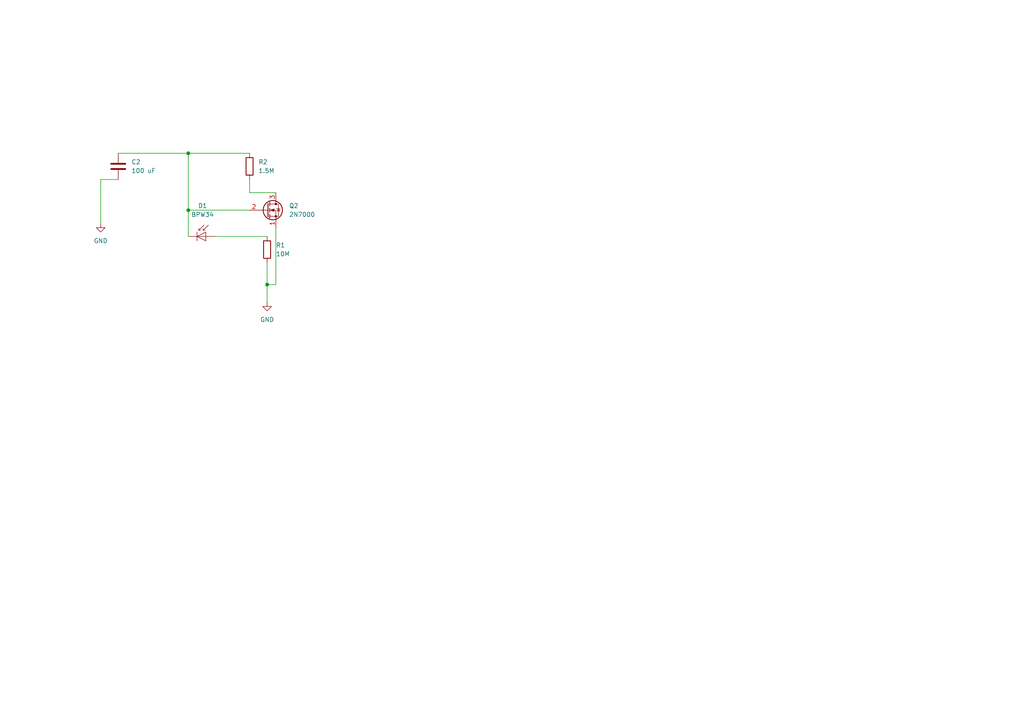
<source format=kicad_sch>
(kicad_sch (version 20211123) (generator eeschema)
  (paper "A4")
  (lib_symbols
    (symbol "Amplifier_Operational:LM358" (pin_names (offset 0.127))
      (property "Reference" "U" (at 0 5.08 0))
      (property "Value" "LM358" (at 0 -5.08 0))
      (symbol "LM358_1_1"
        (polyline (pts (xy -5.08 5.08) (xy 5.08 0) (xy -5.08 -5.08) (xy -5.08 5.08)) (stroke (width 0.254)) (fill (type background)))
        (pin output line (at 7.62 0 180) (length 2.54) (name "~") (number "1"))
        (pin input line (at -7.62 -2.54 0) (length 2.54) (name "-") (number "2"))
        (pin input line (at -7.62 2.54 0) (length 2.54) (name "+") (number "3"))
      )
      (symbol "LM358_2_1"
        (polyline (pts (xy -5.08 5.08) (xy 5.08 0) (xy -5.08 -5.08) (xy -5.08 5.08)) (stroke (width 0.254)) (fill (type background)))
        (pin input line (at -7.62 2.54 0) (length 2.54) (name "+") (number "5"))
        (pin input line (at -7.62 -2.54 0) (length 2.54) (name "-") (number "6"))
        (pin output line (at 7.62 0 180) (length 2.54) (name "~") (number "7"))
      )
      (symbol "LM358_3_1"
        (pin power_in line (at -2.54 -7.62 90) (length 3.81) (name "V-") (number "4"))
        (pin power_in line (at -2.54 7.62 270) (length 3.81) (name "V+") (number "8"))
      )
    )
    (symbol "Device:Buzzer" (pin_names (offset 0.0254) hide)
      (property "Reference" "BZ" (at 3.81 1.27 0))
      (property "Value" "Buzzer" (at 3.81 -1.27 0))
      (symbol "Buzzer_0_1"
        (arc (start 0 -3.175) (mid 3.175 0) (end 0 3.175))
        (polyline (pts (xy -1.651 1.905) (xy -1.143 1.905)))
        (polyline (pts (xy -1.397 2.159) (xy -1.397 1.651)))
        (polyline (pts (xy 0 3.175) (xy 0 -3.175)))
      )
      (symbol "Buzzer_1_1"
        (pin passive line (at -2.54 2.54 0) (length 2.54) (name "-") (number "1"))
        (pin passive line (at -2.54 -2.54 0) (length 2.54) (name "+") (number "2"))
      )
    )
    (symbol "Device:C" (pin_numbers hide) (pin_names (offset 0.254))
      (property "Reference" "C" (at 0.635 2.54 0))
      (property "Value" "C" (at 0.635 -2.54 0))
      (symbol "C_0_1"
        (polyline (pts (xy -2.032 -0.762) (xy 2.032 -0.762)) (stroke (width 0.508)))
        (polyline (pts (xy -2.032 0.762) (xy 2.032 0.762)) (stroke (width 0.508)))
      )
      (symbol "C_1_1"
        (pin passive line (at 0 3.81 270) (length 2.794) (name "~") (number "1"))
        (pin passive line (at 0 -3.81 90) (length 2.794) (name "~") (number "2"))
      )
    )
    (symbol "Device:R" (pin_numbers hide) (pin_names (offset 0))
      (property "Reference" "R" (at 2.032 0 90))
      (property "Value" "R" (at 0 0 90))
      (symbol "R_0_1"
        (rectangle (start -1.016 -2.54) (end 1.016 2.54) (stroke (width 0.254)))
      )
      (symbol "R_1_1"
        (pin passive line (at 0 3.81 270) (length 1.27) (name "~") (number "1"))
        (pin passive line (at 0 -3.81 90) (length 1.27) (name "~") (number "2"))
      )
    )
    (symbol "Device:R_Potentiometer" (pin_names (offset 1.016) hide)
      (property "Reference" "RV" (at -4.445 0 90))
      (property "Value" "R_Potentiometer" (at -2.54 0 90))
      (symbol "R_Potentiometer_0_1"
        (polyline (pts (xy 2.54 0) (xy 1.524 0)))
        (polyline (pts (xy 1.143 0) (xy 2.286 0.508) (xy 2.286 -0.508) (xy 1.143 0)) (fill (type outline)))
        (rectangle (start 1.016 2.54) (end -1.016 -2.54) (stroke (width 0.254)))
      )
      (symbol "R_Potentiometer_1_1"
        (pin passive line (at 0 3.81 270) (length 1.27) (name "1") (number "1"))
        (pin passive line (at 3.81 0 180) (length 1.27) (name "2") (number "2"))
        (pin passive line (at 0 -3.81 90) (length 1.27) (name "3") (number "3"))
      )
    )
    (symbol "Sensor_Optical:BPW34" (pin_numbers hide) (pin_names (offset 1.016) hide)
      (property "Reference" "D" (at 0.508 1.778 0))
      (property "Value" "BPW34" (at -1.016 -2.794 0))
      (symbol "BPW34_0_1"
        (polyline (pts (xy -2.54 1.27) (xy -2.54 -1.27)) (stroke (width 0.1524)))
        (polyline (pts (xy -2.032 1.778) (xy -1.524 1.778)))
        (polyline (pts (xy 0 -1.27) (xy 0 1.27)))
        (polyline (pts (xy 0 0) (xy -2.54 0)))
        (polyline (pts (xy -0.508 3.302) (xy -2.032 1.778) (xy -2.032 2.286)))
        (polyline (pts (xy 0 1.27) (xy -2.54 0) (xy 0 -1.27)))
        (polyline (pts (xy 0.762 3.302) (xy -0.762 1.778) (xy -0.762 2.286) (xy -0.762 1.778) (xy -0.254 1.778)))
      )
      (symbol "BPW34_1_1"
        (pin passive line (at -5.08 0 0) (length 2.54) (name "K") (number "1"))
        (pin passive line (at 2.54 0 180) (length 2.54) (name "A") (number "2"))
      )
    )
    (symbol "Switch:SW_SPST" (pin_names (offset 0) hide)
      (property "Reference" "SW" (at 0 3.175 0))
      (property "Value" "SW_SPST" (at 0 -2.54 0))
      (symbol "SW_SPST_0_0"
        (circle (center -2.032 0) (radius 0.508))
        (polyline (pts (xy -1.524 0.254) (xy 1.524 1.778)))
        (circle (center 2.032 0) (radius 0.508))
      )
      (symbol "SW_SPST_1_1"
        (pin passive line (at -5.08 0 0) (length 2.54) (name "A") (number "1"))
        (pin passive line (at 5.08 0 180) (length 2.54) (name "B") (number "2"))
      )
    )
    (symbol "Transistor_BJT:2N3904" (pin_names (offset 0) hide)
      (property "Reference" "Q" (at 5.08 1.905 0))
      (property "Value" "2N3904" (at 5.08 0 0))
      (symbol "2N3904_0_1"
        (polyline (pts (xy 0.635 0.635) (xy 2.54 2.54)))
        (polyline (pts (xy 0.635 -0.635) (xy 2.54 -2.54) (xy 2.54 -2.54)))
        (polyline (pts (xy 0.635 1.905) (xy 0.635 -1.905) (xy 0.635 -1.905)) (stroke (width 0.508)))
        (polyline (pts (xy 1.27 -1.778) (xy 1.778 -1.27) (xy 2.286 -2.286) (xy 1.27 -1.778) (xy 1.27 -1.778)) (fill (type outline)))
        (circle (center 1.27 0) (radius 2.8194) (stroke (width 0.254)))
      )
      (symbol "2N3904_1_1"
        (pin passive line (at 2.54 -5.08 90) (length 2.54) (name "E") (number "1"))
        (pin passive line (at -5.08 0 0) (length 5.715) (name "B") (number "2"))
        (pin passive line (at 2.54 5.08 270) (length 2.54) (name "C") (number "3"))
      )
    )
    (symbol "Transistor_FET:2N7000" (pin_names hide)
      (property "Reference" "Q" (at 5.08 1.905 0))
      (property "Value" "2N7000" (at 5.08 0 0))
      (symbol "2N7000_0_1"
        (polyline (pts (xy 0.254 0) (xy -2.54 0)))
        (polyline (pts (xy 0.254 1.905) (xy 0.254 -1.905)) (stroke (width 0.254)))
        (polyline (pts (xy 0.762 -1.27) (xy 0.762 -2.286)) (stroke (width 0.254)))
        (polyline (pts (xy 0.762 0.508) (xy 0.762 -0.508)) (stroke (width 0.254)))
        (polyline (pts (xy 0.762 2.286) (xy 0.762 1.27)) (stroke (width 0.254)))
        (polyline (pts (xy 2.54 2.54) (xy 2.54 1.778)))
        (polyline (pts (xy 2.54 -2.54) (xy 2.54 0) (xy 0.762 0)))
        (polyline (pts (xy 0.762 -1.778) (xy 3.302 -1.778) (xy 3.302 1.778) (xy 0.762 1.778)))
        (polyline (pts (xy 1.016 0) (xy 2.032 0.381) (xy 2.032 -0.381) (xy 1.016 0)) (fill (type outline)))
        (polyline (pts (xy 2.794 0.508) (xy 2.921 0.381) (xy 3.683 0.381) (xy 3.81 0.254)))
        (polyline (pts (xy 3.302 0.381) (xy 2.921 -0.254) (xy 3.683 -0.254) (xy 3.302 0.381)))
        (circle (center 1.651 0) (radius 2.794) (stroke (width 0.254)))
        (circle (center 2.54 -1.778) (radius 0.254) (fill (type outline)))
        (circle (center 2.54 1.778) (radius 0.254) (fill (type outline)))
      )
      (symbol "2N7000_1_1"
        (pin passive line (at 2.54 -5.08 90) (length 2.54) (name "S") (number "1"))
        (pin input line (at -5.08 0 0) (length 2.54) (name "G") (number "2"))
        (pin passive line (at 2.54 5.08 270) (length 2.54) (name "D") (number "3"))
      )
    )
    (symbol "power:GND" (power) (pin_names (offset 0))
      (property "Value" "GND" (at 0 -3.81 0))
      (symbol "GND_0_1"
        (polyline (pts (xy 0 0) (xy 0 -1.27) (xy 1.27 -1.27) (xy 0 -2.54) (xy -1.27 -1.27) (xy 0 -1.27)))
      )
      (symbol "GND_1_1"
        (pin power_in line (at 0 0 270) (length 0) hide (name "GND") (number "1"))
      )
    )
  )
  (junction (at 77.47 82.55))
  (junction (at 54.61 44.45))
  (junction (at 54.61 60.96))
  (wire (pts (xy 54.61 44.45) (xy 72.39 44.45)))
  (wire (pts (xy 77.47 76.2) (xy 77.47 82.55)))
  (wire (pts (xy 62.23 68.58) (xy 77.47 68.58)))
  (wire (pts (xy 80.01 55.88) (xy 72.39 55.88)))
  (wire (pts (xy 77.47 82.55) (xy 77.47 87.63)))
  (wire (pts (xy 54.61 68.58) (xy 54.61 60.96)))
  (wire (pts (xy 29.21 52.07) (xy 34.29 52.07)))
  (wire (pts (xy 29.21 64.77) (xy 29.21 52.07)))
  (wire (pts (xy 34.29 44.45) (xy 54.61 44.45)))
  (wire (pts (xy 80.01 66.04) (xy 80.01 82.55)))
  (wire (pts (xy 54.61 60.96) (xy 72.39 60.96)))
  (wire (pts (xy 80.01 82.55) (xy 77.47 82.55)))
  (wire (pts (xy 72.39 55.88) (xy 72.39 52.07)))
  (wire (pts (xy 54.61 60.96) (xy 54.61 44.45)))
  (symbol (lib_id "Device:C") (at 339.09 21.59 0) (unit 1)
    (property "Reference" "C1" (at 342.9 20.3199 0) (effects (justify left)))
    (property "Value" "0.1µF" (at 342.9 22.8599 0) (effects (justify left)))
    (property "Footprint" "Capacitor_THT:CP_Axial_L10.0mm_D4.5mm_P15.00mm_Horizontal" (effects hide))
  )
  (symbol (lib_id "power:GND") (at 332.74 205.74 0) (unit 1)
    (property "Reference" "#PWR?" (effects hide))
    (property "Value" "GND" (at 332.74 210.82 0))
  )
  (symbol (lib_id "power:GND") (at 314.96 200.66 0) (unit 1)
    (property "Reference" "#PWR?" (effects hide))
    (property "Value" "GND" (at 314.96 205.74 0))
  )
  (symbol (lib_id "Transistor_BJT:2N3904") (at 354.33 123.19 0) (unit 1)
    (property "Reference" "Q1" (at 359.41 121.9199 0) (effects (justify left)))
    (property "Value" "2N3904" (at 359.41 124.4599 0) (effects (justify left)))
    (property "Footprint" "Package_TO_SOT_THT:TO-92_Inline" (effects hide))
    (property "Datasheet" "https://www.onsemi.com/pub/Collateral/2N3903-D.PDF" (effects hide))
  )
  (symbol (lib_id "Device:R") (at 72.39 48.26 0) (unit 1)
    (property "Reference" "R2" (at 74.93 46.9899 0) (effects (justify left)))
    (property "Value" "1.5M" (at 74.93 49.5299 0) (effects (justify left)))
    (property "Footprint" "Resistor_THT:R_Axial_DIN0207_L6.3mm_D2.5mm_P10.16mm_Horizontal" (effects hide))
  )
  (symbol (lib_id "Device:C") (at 326.39 31.75 0) (unit 1)
    (property "Reference" "C1" (at 330.2 30.4799 0) (effects (justify left)))
    (property "Value" "0.1µF" (at 330.2 33.0199 0) (effects (justify left)))
    (property "Footprint" "Capacitor_THT:CP_Axial_L10.0mm_D4.5mm_P15.00mm_Horizontal" (effects hide))
  )
  (symbol (lib_id "Device:R") (at 320.04 67.31 0) (unit 1)
    (property "Reference" "R4" (at 322.58 66.0399 0) (effects (justify left)))
    (property "Value" "150k" (at 322.58 68.5799 0) (effects (justify left)))
    (property "Footprint" "Resistor_THT:R_Axial_DIN0207_L6.3mm_D2.5mm_P10.16mm_Horizontal" (effects hide))
  )
  (symbol (lib_id "Device:C") (at 345.44 82.55 0) (unit 1)
    (property "Reference" "C3" (at 349.25 81.2799 0) (effects (justify left)))
    (property "Value" "0.01µF" (at 349.25 83.8199 0) (effects (justify left)))
    (property "Footprint" "Capacitor_THT:CP_Axial_L10.0mm_D4.5mm_P15.00mm_Horizontal" (effects hide))
  )
  (symbol (lib_id "Device:R") (at 334.01 78.74 0) (unit 1)
    (property "Reference" "R5" (at 336.55 77.4699 0) (effects (justify left)))
    (property "Value" "1k" (at 336.55 80.0099 0) (effects (justify left)))
    (property "Footprint" "Resistor_THT:R_Axial_DIN0207_L6.3mm_D2.5mm_P10.16mm_Horizontal" (effects hide))
  )
  (symbol (lib_id "Device:R") (at 77.47 72.39 0) (unit 1)
    (property "Reference" "R1" (at 80.01 71.1199 0) (effects (justify left)))
    (property "Value" "10M" (at 80.01 73.6599 0) (effects (justify left)))
    (property "Footprint" "Resistor_THT:R_Axial_DIN0207_L6.3mm_D2.5mm_P10.16mm_Horizontal" (effects hide))
  )
  (symbol (lib_id "Switch:SW_SPST") (at 306.07 12.7 0) (unit 1)
    (property "Reference" "SW1" (at 306.07 6.35 0))
    (property "Value" "SW_SPST" (at 306.07 8.89 0))
    (property "Footprint" "Button_Switch_THT:SW_DIP_SPSTx01_Piano_10.8x4.1mm_W7.62mm_P2.54mm" (effects hide))
  )
  (symbol (lib_id "Device:C") (at 336.55 96.52 0) (unit 1)
    (property "Reference" "C4" (at 340.36 95.2499 0) (effects (justify left)))
    (property "Value" "20nF" (at 340.36 97.7899 0) (effects (justify left)))
    (property "Footprint" "Capacitor_THT:CP_Axial_L10.0mm_D4.5mm_P15.00mm_Horizontal" (effects hide))
  )
  (symbol (lib_id "Transistor_FET:2N7000") (at 77.47 60.96 0) (unit 1)
    (property "Reference" "Q2" (at 83.82 59.6899 0) (effects (justify left)))
    (property "Value" "2N7000" (at 83.82 62.2299 0) (effects (justify left)))
    (property "Footprint" "Package_TO_SOT_THT:TO-92_Inline" (effects hide))
    (property "Datasheet" "https://www.onsemi.com/pub/Collateral/NDS7002A-D.PDF" (effects hide))
  )
  (symbol (lib_id "Device:Buzzer") (at 356.87 68.58 0) (unit 1)
    (property "Reference" "BZ1" (at 360.68 67.3099 0) (effects (justify left)))
    (property "Value" "Buzzer" (at 360.68 69.8499 0) (effects (justify left)))
    (property "Footprint" "Buzzer_Beeper:Buzzer_15x7.5RM7.6" (effects hide))
  )
  (symbol (lib_id "Sensor_Optical:BPW34") (at 59.69 68.58 0) (unit 1)
    (property "Reference" "D1" (at 58.7629 59.69 0))
    (property "Value" "BPW34" (at 58.7629 62.23 0))
    (property "Footprint" "OptoDevice:Osram_DIL2_4.3x4.65mm_P5.08mm" (effects hide))
    (property "Datasheet" "http://www.vishay.com/docs/81521/bpw34.pdf" (effects hide))
  )
  (symbol (lib_id "Device:R") (at 304.8 41.91 0) (unit 1)
    (property "Reference" "R3" (at 307.34 40.6399 0) (effects (justify left)))
    (property "Value" "56k" (at 307.34 43.1799 0) (effects (justify left)))
    (property "Footprint" "Resistor_THT:R_Axial_DIN0207_L6.3mm_D2.5mm_P10.16mm_Horizontal" (effects hide))
  )
  (symbol (lib_id "power:GND") (at 29.21 64.77 0) (unit 1)
    (property "Reference" "#PWR?" (effects hide))
    (property "Value" "GND" (at 29.21 69.85 0))
  )
  (symbol (lib_id "Amplifier_Operational:LM358") (at 350.52 52.07 0) (unit 1)
    (property "Reference" "U1" (at 350.52 41.91 0))
    (property "Value" "LM358" (at 350.52 44.45 0))
    (property "Footprint" "Package_DIP:DIP-8_W7.62mm" (effects hide))
    (property "Datasheet" "http://www.ti.com/lit/ds/symlink/lm2904-n.pdf" (effects hide))
  )
  (symbol (lib_id "power:GND") (at 330.2 190.5 0) (unit 1)
    (property "Reference" "#PWR?" (effects hide))
    (property "Value" "GND" (at 330.2 195.58 0))
  )
  (symbol (lib_id "power:GND") (at 77.47 87.63 0) (unit 1)
    (property "Reference" "#PWR?" (effects hide))
    (property "Value" "GND" (at 77.47 92.71 0))
  )
  (symbol (lib_id "Device:R_Potentiometer") (at 322.58 137.16 0) (unit 1)
    (property "Reference" "RV1" (at 320.04 135.8899 0) (effects (justify right)))
    (property "Value" "250kΩ" (at 320.04 138.4299 0) (effects (justify right)))
    (property "Footprint" "Potentiometer_THT:Potentiometer_Vishay_T7-YA_Single_Vertical" (effects hide))
  )
  (symbol (lib_id "Device:C") (at 34.29 48.26 0) (unit 1)
    (property "Reference" "C2" (at 38.1 46.9899 0) (effects (justify left)))
    (property "Value" "100 uF" (at 38.1 49.5299 0) (effects (justify left)))
    (property "Footprint" "Capacitor_THT:CP_Axial_L10.0mm_D4.5mm_P15.00mm_Horizontal" (effects hide))
  )
)
</source>
